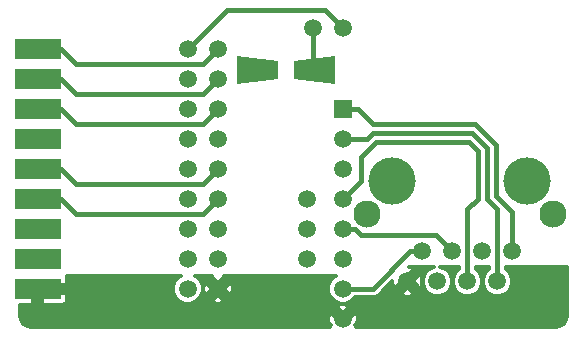
<source format=gbl>
G04 #@! TF.FileFunction,Copper,L2,Bot,Signal*
%FSLAX46Y46*%
G04 Gerber Fmt 4.6, Leading zero omitted, Abs format (unit mm)*
G04 Created by KiCad (PCBNEW 4.0.2-stable) date Mittwoch, 01. Februar 2017 'u37' 22:37:39*
%MOMM*%
G01*
G04 APERTURE LIST*
%ADD10C,0.100000*%
%ADD11C,1.500000*%
%ADD12C,4.000000*%
%ADD13C,2.300000*%
%ADD14R,1.500000X1.500000*%
%ADD15R,4.000000X1.800000*%
%ADD16C,0.600000*%
%ADD17C,0.430000*%
%ADD18C,0.300000*%
G04 APERTURE END LIST*
D10*
D11*
X41230000Y-47740000D03*
X41230000Y-45200000D03*
X41230000Y-42660000D03*
X41230000Y-40120000D03*
X41230000Y-37580000D03*
X41230000Y-35040000D03*
X41230000Y-32500000D03*
X41230000Y-29960000D03*
X41230000Y-27420000D03*
X38690000Y-47740000D03*
X38690000Y-45200000D03*
X38690000Y-42660000D03*
X38690000Y-40120000D03*
X38690000Y-37580000D03*
X38690000Y-35040000D03*
X38690000Y-32500000D03*
X38690000Y-29960000D03*
X38690000Y-27420000D03*
X66167000Y-44577000D03*
X64897000Y-47117000D03*
X63627000Y-44577000D03*
X62357000Y-47117000D03*
X61087000Y-44577000D03*
X59817000Y-47117000D03*
X58547000Y-44577000D03*
X57277000Y-47117000D03*
D12*
X67437000Y-38608000D03*
X56007000Y-38608000D03*
D13*
X53848000Y-41402000D03*
X69596000Y-41402000D03*
D11*
X49276000Y-25654000D03*
X51816000Y-25654000D03*
X48768000Y-45212000D03*
X48768000Y-42672000D03*
X48768000Y-40132000D03*
D14*
X51816000Y-32512000D03*
D11*
X51816000Y-35052000D03*
X51816000Y-37592000D03*
X51816000Y-40132000D03*
X51816000Y-42672000D03*
X51816000Y-45212000D03*
X51816000Y-47752000D03*
X51816000Y-50292000D03*
D15*
X25960000Y-47740000D03*
X25960000Y-45200000D03*
X25960000Y-42660000D03*
X25960000Y-40120000D03*
X25960000Y-37580000D03*
X25960000Y-35040000D03*
X25960000Y-32500000D03*
X25960000Y-29960000D03*
X25960000Y-27420000D03*
D10*
G36*
X51153060Y-28011120D02*
X51153060Y-30408880D01*
X47652940Y-30010100D01*
X47652940Y-28409900D01*
X51153060Y-28011120D01*
X51153060Y-28011120D01*
G37*
G36*
X42826940Y-30408880D02*
X42826940Y-28011120D01*
X46327060Y-28409900D01*
X46327060Y-30010100D01*
X42826940Y-30408880D01*
X42826940Y-30408880D01*
G37*
D16*
X44577000Y-29210000D03*
D17*
X25960000Y-40120000D02*
X27928000Y-40120000D01*
X27928000Y-40120000D02*
X29210000Y-41402000D01*
X29210000Y-41402000D02*
X39948000Y-41402000D01*
X39948000Y-41402000D02*
X41230000Y-40120000D01*
X25960000Y-37580000D02*
X27928000Y-37580000D01*
X27928000Y-37580000D02*
X29210000Y-38862000D01*
X29210000Y-38862000D02*
X39948000Y-38862000D01*
X39948000Y-38862000D02*
X41230000Y-37580000D01*
X25960000Y-32500000D02*
X27928000Y-32500000D01*
X27928000Y-32500000D02*
X29210000Y-33782000D01*
X29210000Y-33782000D02*
X39948000Y-33782000D01*
X39948000Y-33782000D02*
X41230000Y-32500000D01*
X25960000Y-29960000D02*
X27928000Y-29960000D01*
X27928000Y-29960000D02*
X29210000Y-31242000D01*
X29210000Y-31242000D02*
X39948000Y-31242000D01*
X39948000Y-31242000D02*
X41230000Y-29960000D01*
X25960000Y-27420000D02*
X27928000Y-27420000D01*
X27928000Y-27420000D02*
X29210000Y-28702000D01*
X29210000Y-28702000D02*
X39948000Y-28702000D01*
X39948000Y-28702000D02*
X41230000Y-27420000D01*
X64897000Y-47117000D02*
X64897000Y-41021000D01*
X53848000Y-35052000D02*
X51816000Y-35052000D01*
X54356000Y-34544000D02*
X53848000Y-35052000D01*
X62738000Y-34544000D02*
X54356000Y-34544000D01*
X64008000Y-35814000D02*
X62738000Y-34544000D01*
X64008000Y-40132000D02*
X64008000Y-35814000D01*
X64897000Y-41021000D02*
X64008000Y-40132000D01*
X51816000Y-32512000D02*
X53086000Y-32512000D01*
X66167000Y-41275000D02*
X66167000Y-44577000D01*
X64770000Y-39878000D02*
X66167000Y-41275000D01*
X64770000Y-35560000D02*
X64770000Y-39878000D01*
X62992000Y-33782000D02*
X64770000Y-35560000D01*
X54356000Y-33782000D02*
X62992000Y-33782000D01*
X53086000Y-32512000D02*
X54356000Y-33782000D01*
X51816000Y-25654000D02*
X50292000Y-24130000D01*
X41980000Y-24130000D02*
X38690000Y-27420000D01*
X50292000Y-24130000D02*
X41980000Y-24130000D01*
X62357000Y-47117000D02*
X62357000Y-41021000D01*
X53340000Y-38608000D02*
X51816000Y-40132000D01*
X53340000Y-36576000D02*
X53340000Y-38608000D01*
X54610000Y-35306000D02*
X53340000Y-36576000D01*
X62484000Y-35306000D02*
X54610000Y-35306000D01*
X63246000Y-36068000D02*
X62484000Y-35306000D01*
X63246000Y-40132000D02*
X63246000Y-36068000D01*
X62357000Y-41021000D02*
X63246000Y-40132000D01*
X51816000Y-42672000D02*
X52832000Y-42672000D01*
X59690000Y-43180000D02*
X61087000Y-44577000D01*
X53340000Y-43180000D02*
X59690000Y-43180000D01*
X52832000Y-42672000D02*
X53340000Y-43180000D01*
X51816000Y-47752000D02*
X54356000Y-47752000D01*
X57531000Y-44577000D02*
X58547000Y-44577000D01*
X54356000Y-47752000D02*
X57531000Y-44577000D01*
X49276000Y-25654000D02*
X49276000Y-29083000D01*
X49276000Y-29083000D02*
X49403000Y-29210000D01*
D18*
G36*
X59109857Y-46056684D02*
X58757919Y-46408007D01*
X58567217Y-46867269D01*
X58566783Y-47364550D01*
X58756684Y-47824143D01*
X59108007Y-48176081D01*
X59567269Y-48366783D01*
X60064550Y-48367217D01*
X60524143Y-48177316D01*
X60876081Y-47825993D01*
X61066783Y-47366731D01*
X61067217Y-46869450D01*
X60877316Y-46409857D01*
X60525993Y-46057919D01*
X60073433Y-45870000D01*
X61642000Y-45870000D01*
X61642000Y-46064527D01*
X61297919Y-46408007D01*
X61107217Y-46867269D01*
X61106783Y-47364550D01*
X61296684Y-47824143D01*
X61648007Y-48176081D01*
X62107269Y-48366783D01*
X62604550Y-48367217D01*
X63064143Y-48177316D01*
X63416081Y-47825993D01*
X63606783Y-47366731D01*
X63607217Y-46869450D01*
X63417316Y-46409857D01*
X63072000Y-46063937D01*
X63072000Y-45870000D01*
X64182000Y-45870000D01*
X64182000Y-46064527D01*
X63837919Y-46408007D01*
X63647217Y-46867269D01*
X63646783Y-47364550D01*
X63836684Y-47824143D01*
X64188007Y-48176081D01*
X64647269Y-48366783D01*
X65144550Y-48367217D01*
X65604143Y-48177316D01*
X65956081Y-47825993D01*
X66146783Y-47366731D01*
X66147217Y-46869450D01*
X65957316Y-46409857D01*
X65612000Y-46063937D01*
X65612000Y-45870000D01*
X70799000Y-45870000D01*
X70799000Y-49981370D01*
X70716355Y-50396855D01*
X70513078Y-50701080D01*
X70208857Y-50904353D01*
X69793369Y-50987000D01*
X52919243Y-50987000D01*
X52962610Y-50943633D01*
X52837706Y-50818729D01*
X53013166Y-50729168D01*
X53089335Y-50237754D01*
X53013166Y-49854832D01*
X52837705Y-49765270D01*
X52310975Y-50292000D01*
X52325117Y-50306142D01*
X51830142Y-50801117D01*
X51816000Y-50786975D01*
X51801858Y-50801117D01*
X51306883Y-50306142D01*
X51321025Y-50292000D01*
X50794295Y-49765270D01*
X50618834Y-49854832D01*
X50542665Y-50346246D01*
X50618834Y-50729168D01*
X50794294Y-50818729D01*
X50669390Y-50943633D01*
X50712757Y-50987000D01*
X25456630Y-50987000D01*
X25041145Y-50904355D01*
X24736920Y-50701078D01*
X24533647Y-50396857D01*
X24451000Y-49981369D01*
X24451000Y-49270295D01*
X51289270Y-49270295D01*
X51816000Y-49797025D01*
X52342730Y-49270295D01*
X52253168Y-49094834D01*
X51761754Y-49018665D01*
X51378832Y-49094834D01*
X51289270Y-49270295D01*
X24451000Y-49270295D01*
X24451000Y-49140000D01*
X25485000Y-49140000D01*
X25610000Y-49015000D01*
X25610000Y-48090000D01*
X26310000Y-48090000D01*
X26310000Y-49015000D01*
X26435000Y-49140000D01*
X28059456Y-49140000D01*
X28243227Y-49063880D01*
X28383879Y-48923227D01*
X28460000Y-48739456D01*
X28460000Y-48215000D01*
X28335000Y-48090000D01*
X26310000Y-48090000D01*
X25610000Y-48090000D01*
X25590000Y-48090000D01*
X25590000Y-47390000D01*
X25610000Y-47390000D01*
X25610000Y-47370000D01*
X26310000Y-47370000D01*
X26310000Y-47390000D01*
X28335000Y-47390000D01*
X28460000Y-47265000D01*
X28460000Y-46740544D01*
X28415039Y-46632000D01*
X38098260Y-46632000D01*
X37982857Y-46679684D01*
X37630919Y-47031007D01*
X37440217Y-47490269D01*
X37439783Y-47987550D01*
X37629684Y-48447143D01*
X37981007Y-48799081D01*
X38440269Y-48989783D01*
X38937550Y-48990217D01*
X39397143Y-48800316D01*
X39435821Y-48761705D01*
X40703270Y-48761705D01*
X40792832Y-48937166D01*
X41284246Y-49013335D01*
X41667168Y-48937166D01*
X41756730Y-48761705D01*
X41230000Y-48234975D01*
X40703270Y-48761705D01*
X39435821Y-48761705D01*
X39749081Y-48448993D01*
X39939783Y-47989731D01*
X39939953Y-47794246D01*
X39956665Y-47794246D01*
X40032834Y-48177168D01*
X40208295Y-48266730D01*
X40735025Y-47740000D01*
X41724975Y-47740000D01*
X42251705Y-48266730D01*
X42427166Y-48177168D01*
X42503335Y-47685754D01*
X42427166Y-47302832D01*
X42251705Y-47213270D01*
X41724975Y-47740000D01*
X40735025Y-47740000D01*
X40208295Y-47213270D01*
X40032834Y-47302832D01*
X39956665Y-47794246D01*
X39939953Y-47794246D01*
X39940217Y-47492450D01*
X39750316Y-47032857D01*
X39398993Y-46680919D01*
X39281183Y-46632000D01*
X40747318Y-46632000D01*
X40703270Y-46718295D01*
X41230000Y-47245025D01*
X41756730Y-46718295D01*
X41712682Y-46632000D01*
X51253303Y-46632000D01*
X51108857Y-46691684D01*
X50756919Y-47043007D01*
X50566217Y-47502269D01*
X50565783Y-47999550D01*
X50755684Y-48459143D01*
X51107007Y-48811081D01*
X51566269Y-49001783D01*
X52063550Y-49002217D01*
X52523143Y-48812316D01*
X52869063Y-48467000D01*
X54356000Y-48467000D01*
X54629619Y-48412574D01*
X54861581Y-48257581D01*
X54980457Y-48138705D01*
X56750270Y-48138705D01*
X56839832Y-48314166D01*
X57331246Y-48390335D01*
X57714168Y-48314166D01*
X57803730Y-48138705D01*
X57277000Y-47611975D01*
X56750270Y-48138705D01*
X54980457Y-48138705D01*
X56013891Y-47105271D01*
X56003665Y-47171246D01*
X56079834Y-47554168D01*
X56255295Y-47643730D01*
X56782025Y-47117000D01*
X57771975Y-47117000D01*
X58298705Y-47643730D01*
X58474166Y-47554168D01*
X58550335Y-47062754D01*
X58474166Y-46679832D01*
X58298705Y-46590270D01*
X57771975Y-47117000D01*
X56782025Y-47117000D01*
X56767883Y-47102858D01*
X57262858Y-46607883D01*
X57277000Y-46622025D01*
X57803730Y-46095295D01*
X57714168Y-45919834D01*
X57392658Y-45870000D01*
X59561664Y-45870000D01*
X59109857Y-46056684D01*
X59109857Y-46056684D01*
G37*
X59109857Y-46056684D02*
X58757919Y-46408007D01*
X58567217Y-46867269D01*
X58566783Y-47364550D01*
X58756684Y-47824143D01*
X59108007Y-48176081D01*
X59567269Y-48366783D01*
X60064550Y-48367217D01*
X60524143Y-48177316D01*
X60876081Y-47825993D01*
X61066783Y-47366731D01*
X61067217Y-46869450D01*
X60877316Y-46409857D01*
X60525993Y-46057919D01*
X60073433Y-45870000D01*
X61642000Y-45870000D01*
X61642000Y-46064527D01*
X61297919Y-46408007D01*
X61107217Y-46867269D01*
X61106783Y-47364550D01*
X61296684Y-47824143D01*
X61648007Y-48176081D01*
X62107269Y-48366783D01*
X62604550Y-48367217D01*
X63064143Y-48177316D01*
X63416081Y-47825993D01*
X63606783Y-47366731D01*
X63607217Y-46869450D01*
X63417316Y-46409857D01*
X63072000Y-46063937D01*
X63072000Y-45870000D01*
X64182000Y-45870000D01*
X64182000Y-46064527D01*
X63837919Y-46408007D01*
X63647217Y-46867269D01*
X63646783Y-47364550D01*
X63836684Y-47824143D01*
X64188007Y-48176081D01*
X64647269Y-48366783D01*
X65144550Y-48367217D01*
X65604143Y-48177316D01*
X65956081Y-47825993D01*
X66146783Y-47366731D01*
X66147217Y-46869450D01*
X65957316Y-46409857D01*
X65612000Y-46063937D01*
X65612000Y-45870000D01*
X70799000Y-45870000D01*
X70799000Y-49981370D01*
X70716355Y-50396855D01*
X70513078Y-50701080D01*
X70208857Y-50904353D01*
X69793369Y-50987000D01*
X52919243Y-50987000D01*
X52962610Y-50943633D01*
X52837706Y-50818729D01*
X53013166Y-50729168D01*
X53089335Y-50237754D01*
X53013166Y-49854832D01*
X52837705Y-49765270D01*
X52310975Y-50292000D01*
X52325117Y-50306142D01*
X51830142Y-50801117D01*
X51816000Y-50786975D01*
X51801858Y-50801117D01*
X51306883Y-50306142D01*
X51321025Y-50292000D01*
X50794295Y-49765270D01*
X50618834Y-49854832D01*
X50542665Y-50346246D01*
X50618834Y-50729168D01*
X50794294Y-50818729D01*
X50669390Y-50943633D01*
X50712757Y-50987000D01*
X25456630Y-50987000D01*
X25041145Y-50904355D01*
X24736920Y-50701078D01*
X24533647Y-50396857D01*
X24451000Y-49981369D01*
X24451000Y-49270295D01*
X51289270Y-49270295D01*
X51816000Y-49797025D01*
X52342730Y-49270295D01*
X52253168Y-49094834D01*
X51761754Y-49018665D01*
X51378832Y-49094834D01*
X51289270Y-49270295D01*
X24451000Y-49270295D01*
X24451000Y-49140000D01*
X25485000Y-49140000D01*
X25610000Y-49015000D01*
X25610000Y-48090000D01*
X26310000Y-48090000D01*
X26310000Y-49015000D01*
X26435000Y-49140000D01*
X28059456Y-49140000D01*
X28243227Y-49063880D01*
X28383879Y-48923227D01*
X28460000Y-48739456D01*
X28460000Y-48215000D01*
X28335000Y-48090000D01*
X26310000Y-48090000D01*
X25610000Y-48090000D01*
X25590000Y-48090000D01*
X25590000Y-47390000D01*
X25610000Y-47390000D01*
X25610000Y-47370000D01*
X26310000Y-47370000D01*
X26310000Y-47390000D01*
X28335000Y-47390000D01*
X28460000Y-47265000D01*
X28460000Y-46740544D01*
X28415039Y-46632000D01*
X38098260Y-46632000D01*
X37982857Y-46679684D01*
X37630919Y-47031007D01*
X37440217Y-47490269D01*
X37439783Y-47987550D01*
X37629684Y-48447143D01*
X37981007Y-48799081D01*
X38440269Y-48989783D01*
X38937550Y-48990217D01*
X39397143Y-48800316D01*
X39435821Y-48761705D01*
X40703270Y-48761705D01*
X40792832Y-48937166D01*
X41284246Y-49013335D01*
X41667168Y-48937166D01*
X41756730Y-48761705D01*
X41230000Y-48234975D01*
X40703270Y-48761705D01*
X39435821Y-48761705D01*
X39749081Y-48448993D01*
X39939783Y-47989731D01*
X39939953Y-47794246D01*
X39956665Y-47794246D01*
X40032834Y-48177168D01*
X40208295Y-48266730D01*
X40735025Y-47740000D01*
X41724975Y-47740000D01*
X42251705Y-48266730D01*
X42427166Y-48177168D01*
X42503335Y-47685754D01*
X42427166Y-47302832D01*
X42251705Y-47213270D01*
X41724975Y-47740000D01*
X40735025Y-47740000D01*
X40208295Y-47213270D01*
X40032834Y-47302832D01*
X39956665Y-47794246D01*
X39939953Y-47794246D01*
X39940217Y-47492450D01*
X39750316Y-47032857D01*
X39398993Y-46680919D01*
X39281183Y-46632000D01*
X40747318Y-46632000D01*
X40703270Y-46718295D01*
X41230000Y-47245025D01*
X41756730Y-46718295D01*
X41712682Y-46632000D01*
X51253303Y-46632000D01*
X51108857Y-46691684D01*
X50756919Y-47043007D01*
X50566217Y-47502269D01*
X50565783Y-47999550D01*
X50755684Y-48459143D01*
X51107007Y-48811081D01*
X51566269Y-49001783D01*
X52063550Y-49002217D01*
X52523143Y-48812316D01*
X52869063Y-48467000D01*
X54356000Y-48467000D01*
X54629619Y-48412574D01*
X54861581Y-48257581D01*
X54980457Y-48138705D01*
X56750270Y-48138705D01*
X56839832Y-48314166D01*
X57331246Y-48390335D01*
X57714168Y-48314166D01*
X57803730Y-48138705D01*
X57277000Y-47611975D01*
X56750270Y-48138705D01*
X54980457Y-48138705D01*
X56013891Y-47105271D01*
X56003665Y-47171246D01*
X56079834Y-47554168D01*
X56255295Y-47643730D01*
X56782025Y-47117000D01*
X57771975Y-47117000D01*
X58298705Y-47643730D01*
X58474166Y-47554168D01*
X58550335Y-47062754D01*
X58474166Y-46679832D01*
X58298705Y-46590270D01*
X57771975Y-47117000D01*
X56782025Y-47117000D01*
X56767883Y-47102858D01*
X57262858Y-46607883D01*
X57277000Y-46622025D01*
X57803730Y-46095295D01*
X57714168Y-45919834D01*
X57392658Y-45870000D01*
X59561664Y-45870000D01*
X59109857Y-46056684D01*
M02*

</source>
